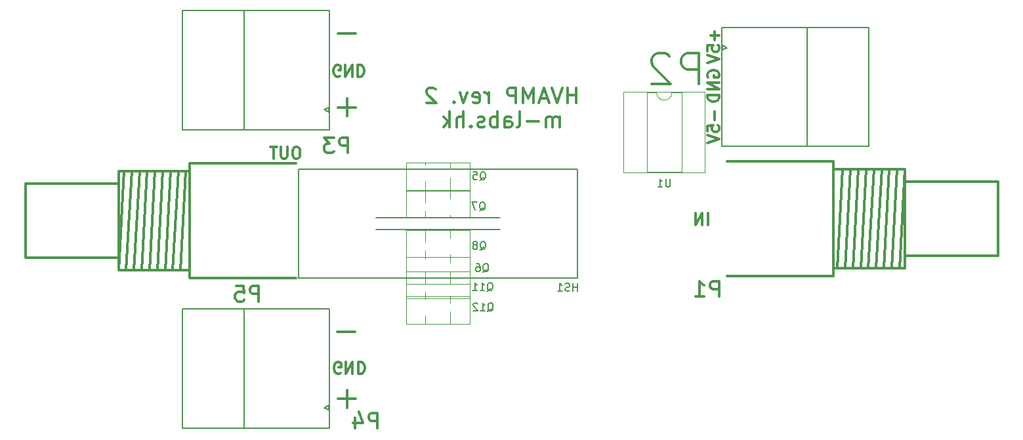
<source format=gbo>
G04 #@! TF.FileFunction,Legend,Bot*
%FSLAX46Y46*%
G04 Gerber Fmt 4.6, Leading zero omitted, Abs format (unit mm)*
G04 Created by KiCad (PCBNEW 4.0.2-stable) date 06/11/2017 10:09:17*
%MOMM*%
G01*
G04 APERTURE LIST*
%ADD10C,0.100000*%
%ADD11C,0.300000*%
%ADD12C,0.120000*%
%ADD13C,0.150000*%
G04 APERTURE END LIST*
D10*
D11*
X161353643Y-161659000D02*
X161210786Y-161730429D01*
X160996500Y-161730429D01*
X160782215Y-161659000D01*
X160639357Y-161516143D01*
X160567929Y-161373286D01*
X160496500Y-161087571D01*
X160496500Y-160873286D01*
X160567929Y-160587571D01*
X160639357Y-160444714D01*
X160782215Y-160301857D01*
X160996500Y-160230429D01*
X161139357Y-160230429D01*
X161353643Y-160301857D01*
X161425072Y-160373286D01*
X161425072Y-160873286D01*
X161139357Y-160873286D01*
X162067929Y-160230429D02*
X162067929Y-161730429D01*
X162925072Y-160230429D01*
X162925072Y-161730429D01*
X163639358Y-160230429D02*
X163639358Y-161730429D01*
X163996501Y-161730429D01*
X164210786Y-161659000D01*
X164353644Y-161516143D01*
X164425072Y-161373286D01*
X164496501Y-161087571D01*
X164496501Y-160873286D01*
X164425072Y-160587571D01*
X164353644Y-160444714D01*
X164210786Y-160301857D01*
X163996501Y-160230429D01*
X163639358Y-160230429D01*
X161417143Y-200013000D02*
X161274286Y-200084429D01*
X161060000Y-200084429D01*
X160845715Y-200013000D01*
X160702857Y-199870143D01*
X160631429Y-199727286D01*
X160560000Y-199441571D01*
X160560000Y-199227286D01*
X160631429Y-198941571D01*
X160702857Y-198798714D01*
X160845715Y-198655857D01*
X161060000Y-198584429D01*
X161202857Y-198584429D01*
X161417143Y-198655857D01*
X161488572Y-198727286D01*
X161488572Y-199227286D01*
X161202857Y-199227286D01*
X162131429Y-198584429D02*
X162131429Y-200084429D01*
X162988572Y-198584429D01*
X162988572Y-200084429D01*
X163702858Y-198584429D02*
X163702858Y-200084429D01*
X164060001Y-200084429D01*
X164274286Y-200013000D01*
X164417144Y-199870143D01*
X164488572Y-199727286D01*
X164560001Y-199441571D01*
X164560001Y-199227286D01*
X164488572Y-198941571D01*
X164417144Y-198798714D01*
X164274286Y-198655857D01*
X164060001Y-198584429D01*
X163702858Y-198584429D01*
X161036143Y-194651286D02*
X163321857Y-194651286D01*
X161099643Y-156170286D02*
X163385357Y-156170286D01*
X161099643Y-165695286D02*
X163385357Y-165695286D01*
X162242500Y-166838143D02*
X162242500Y-164552429D01*
X161099643Y-203350786D02*
X163385357Y-203350786D01*
X162242500Y-204493643D02*
X162242500Y-202207929D01*
X191864049Y-165153262D02*
X191864049Y-163153262D01*
X191864049Y-164105643D02*
X190721191Y-164105643D01*
X190721191Y-165153262D02*
X190721191Y-163153262D01*
X190054525Y-163153262D02*
X189387858Y-165153262D01*
X188721191Y-163153262D01*
X188149763Y-164581833D02*
X187197382Y-164581833D01*
X188340239Y-165153262D02*
X187673572Y-163153262D01*
X187006905Y-165153262D01*
X186340239Y-165153262D02*
X186340239Y-163153262D01*
X185673572Y-164581833D01*
X185006905Y-163153262D01*
X185006905Y-165153262D01*
X184054525Y-165153262D02*
X184054525Y-163153262D01*
X183292620Y-163153262D01*
X183102144Y-163248500D01*
X183006905Y-163343738D01*
X182911667Y-163534214D01*
X182911667Y-163819929D01*
X183006905Y-164010405D01*
X183102144Y-164105643D01*
X183292620Y-164200881D01*
X184054525Y-164200881D01*
X180530715Y-165153262D02*
X180530715Y-163819929D01*
X180530715Y-164200881D02*
X180435476Y-164010405D01*
X180340238Y-163915167D01*
X180149762Y-163819929D01*
X179959286Y-163819929D01*
X178530715Y-165058024D02*
X178721191Y-165153262D01*
X179102143Y-165153262D01*
X179292620Y-165058024D01*
X179387858Y-164867548D01*
X179387858Y-164105643D01*
X179292620Y-163915167D01*
X179102143Y-163819929D01*
X178721191Y-163819929D01*
X178530715Y-163915167D01*
X178435477Y-164105643D01*
X178435477Y-164296119D01*
X179387858Y-164486595D01*
X177768810Y-163819929D02*
X177292619Y-165153262D01*
X176816429Y-163819929D01*
X176054524Y-164962786D02*
X175959285Y-165058024D01*
X176054524Y-165153262D01*
X176149762Y-165058024D01*
X176054524Y-164962786D01*
X176054524Y-165153262D01*
X173673571Y-163343738D02*
X173578333Y-163248500D01*
X173387856Y-163153262D01*
X172911666Y-163153262D01*
X172721190Y-163248500D01*
X172625952Y-163343738D01*
X172530713Y-163534214D01*
X172530713Y-163724690D01*
X172625952Y-164010405D01*
X173768809Y-165153262D01*
X172530713Y-165153262D01*
X189673572Y-168253262D02*
X189673572Y-166919929D01*
X189673572Y-167110405D02*
X189578333Y-167015167D01*
X189387857Y-166919929D01*
X189102143Y-166919929D01*
X188911667Y-167015167D01*
X188816429Y-167205643D01*
X188816429Y-168253262D01*
X188816429Y-167205643D02*
X188721191Y-167015167D01*
X188530714Y-166919929D01*
X188245000Y-166919929D01*
X188054524Y-167015167D01*
X187959286Y-167205643D01*
X187959286Y-168253262D01*
X187006905Y-167491357D02*
X185483095Y-167491357D01*
X184245000Y-168253262D02*
X184435476Y-168158024D01*
X184530715Y-167967548D01*
X184530715Y-166253262D01*
X182625953Y-168253262D02*
X182625953Y-167205643D01*
X182721191Y-167015167D01*
X182911667Y-166919929D01*
X183292619Y-166919929D01*
X183483096Y-167015167D01*
X182625953Y-168158024D02*
X182816429Y-168253262D01*
X183292619Y-168253262D01*
X183483096Y-168158024D01*
X183578334Y-167967548D01*
X183578334Y-167777071D01*
X183483096Y-167586595D01*
X183292619Y-167491357D01*
X182816429Y-167491357D01*
X182625953Y-167396119D01*
X181673572Y-168253262D02*
X181673572Y-166253262D01*
X181673572Y-167015167D02*
X181483095Y-166919929D01*
X181102143Y-166919929D01*
X180911667Y-167015167D01*
X180816429Y-167110405D01*
X180721191Y-167300881D01*
X180721191Y-167872310D01*
X180816429Y-168062786D01*
X180911667Y-168158024D01*
X181102143Y-168253262D01*
X181483095Y-168253262D01*
X181673572Y-168158024D01*
X179959286Y-168158024D02*
X179768809Y-168253262D01*
X179387857Y-168253262D01*
X179197381Y-168158024D01*
X179102143Y-167967548D01*
X179102143Y-167872310D01*
X179197381Y-167681833D01*
X179387857Y-167586595D01*
X179673571Y-167586595D01*
X179864048Y-167491357D01*
X179959286Y-167300881D01*
X179959286Y-167205643D01*
X179864048Y-167015167D01*
X179673571Y-166919929D01*
X179387857Y-166919929D01*
X179197381Y-167015167D01*
X178245000Y-168062786D02*
X178149761Y-168158024D01*
X178245000Y-168253262D01*
X178340238Y-168158024D01*
X178245000Y-168062786D01*
X178245000Y-168253262D01*
X177292619Y-168253262D02*
X177292619Y-166253262D01*
X176435476Y-168253262D02*
X176435476Y-167205643D01*
X176530714Y-167015167D01*
X176721190Y-166919929D01*
X177006904Y-166919929D01*
X177197380Y-167015167D01*
X177292619Y-167110405D01*
X175483095Y-168253262D02*
X175483095Y-166253262D01*
X175292618Y-167491357D02*
X174721190Y-168253262D01*
X174721190Y-166919929D02*
X175483095Y-167681833D01*
X208863500Y-161798143D02*
X208792071Y-161655286D01*
X208792071Y-161441000D01*
X208863500Y-161226715D01*
X209006357Y-161083857D01*
X209149214Y-161012429D01*
X209434929Y-160941000D01*
X209649214Y-160941000D01*
X209934929Y-161012429D01*
X210077786Y-161083857D01*
X210220643Y-161226715D01*
X210292071Y-161441000D01*
X210292071Y-161583857D01*
X210220643Y-161798143D01*
X210149214Y-161869572D01*
X209649214Y-161869572D01*
X209649214Y-161583857D01*
X210292071Y-162512429D02*
X208792071Y-162512429D01*
X210292071Y-163369572D01*
X208792071Y-163369572D01*
X210292071Y-164083858D02*
X208792071Y-164083858D01*
X208792071Y-164441001D01*
X208863500Y-164655286D01*
X209006357Y-164798144D01*
X209149214Y-164869572D01*
X209434929Y-164941001D01*
X209649214Y-164941001D01*
X209934929Y-164869572D01*
X210077786Y-164798144D01*
X210220643Y-164655286D01*
X210292071Y-164441001D01*
X210292071Y-164083858D01*
X209720643Y-166219429D02*
X209720643Y-167362286D01*
X208792071Y-168790858D02*
X208792071Y-168076572D01*
X209506357Y-168005143D01*
X209434929Y-168076572D01*
X209363500Y-168219429D01*
X209363500Y-168576572D01*
X209434929Y-168719429D01*
X209506357Y-168790858D01*
X209649214Y-168862286D01*
X210006357Y-168862286D01*
X210149214Y-168790858D01*
X210220643Y-168719429D01*
X210292071Y-168576572D01*
X210292071Y-168219429D01*
X210220643Y-168076572D01*
X210149214Y-168005143D01*
X208792071Y-169290857D02*
X210292071Y-169790857D01*
X208792071Y-170290857D01*
X209720643Y-155868929D02*
X209720643Y-157011786D01*
X210292071Y-156440357D02*
X209149214Y-156440357D01*
X208792071Y-158440358D02*
X208792071Y-157726072D01*
X209506357Y-157654643D01*
X209434929Y-157726072D01*
X209363500Y-157868929D01*
X209363500Y-158226072D01*
X209434929Y-158368929D01*
X209506357Y-158440358D01*
X209649214Y-158511786D01*
X210006357Y-158511786D01*
X210149214Y-158440358D01*
X210220643Y-158368929D01*
X210292071Y-158226072D01*
X210292071Y-157868929D01*
X210220643Y-157726072D01*
X210149214Y-157654643D01*
X208792071Y-158940357D02*
X210292071Y-159440357D01*
X208792071Y-159940357D01*
X208811714Y-180891571D02*
X208811714Y-179391571D01*
X208097428Y-180891571D02*
X208097428Y-179391571D01*
X207240285Y-180891571D01*
X207240285Y-179391571D01*
X155868500Y-170819071D02*
X155582786Y-170819071D01*
X155439928Y-170890500D01*
X155297071Y-171033357D01*
X155225643Y-171319071D01*
X155225643Y-171819071D01*
X155297071Y-172104786D01*
X155439928Y-172247643D01*
X155582786Y-172319071D01*
X155868500Y-172319071D01*
X156011357Y-172247643D01*
X156154214Y-172104786D01*
X156225643Y-171819071D01*
X156225643Y-171319071D01*
X156154214Y-171033357D01*
X156011357Y-170890500D01*
X155868500Y-170819071D01*
X154582785Y-170819071D02*
X154582785Y-172033357D01*
X154511357Y-172176214D01*
X154439928Y-172247643D01*
X154297071Y-172319071D01*
X154011357Y-172319071D01*
X153868499Y-172247643D01*
X153797071Y-172176214D01*
X153725642Y-172033357D01*
X153725642Y-170819071D01*
X153225642Y-170819071D02*
X152368499Y-170819071D01*
X152797070Y-172319071D02*
X152797070Y-170819071D01*
D12*
X202200000Y-163770000D02*
G75*
G03X204200000Y-163770000I1000000J0D01*
G01*
X204200000Y-163770000D02*
X205450000Y-163770000D01*
X205450000Y-163770000D02*
X205450000Y-174050000D01*
X205450000Y-174050000D02*
X200950000Y-174050000D01*
X200950000Y-174050000D02*
X200950000Y-163770000D01*
X200950000Y-163770000D02*
X202200000Y-163770000D01*
X208450000Y-163710000D02*
X208450000Y-174110000D01*
X208450000Y-174110000D02*
X197950000Y-174110000D01*
X197950000Y-174110000D02*
X197950000Y-163710000D01*
X197950000Y-163710000D02*
X208450000Y-163710000D01*
D11*
X226244000Y-173686000D02*
X225544000Y-186486000D01*
X230244000Y-173686000D02*
X229544000Y-186486000D01*
X229244000Y-173686000D02*
X228544000Y-186486000D01*
X227244000Y-173686000D02*
X226544000Y-186486000D01*
X228244000Y-173686000D02*
X227544000Y-186486000D01*
X232244000Y-173686000D02*
X231544000Y-186486000D01*
X231244000Y-173686000D02*
X230544000Y-186486000D01*
X233244000Y-173686000D02*
X232544000Y-186486000D01*
X234244000Y-173686000D02*
X233544000Y-186486000D01*
X234244000Y-186486000D02*
X225044000Y-186486000D01*
X234244000Y-173686000D02*
X225044000Y-173686000D01*
X246244000Y-184886000D02*
X234244000Y-184886000D01*
X246244000Y-175286000D02*
X234244000Y-175286000D01*
X246244000Y-175286000D02*
X246244000Y-184886000D01*
X234244000Y-173686000D02*
X234244000Y-186486000D01*
X225044000Y-187486000D02*
X211344000Y-187486000D01*
X211344000Y-172686000D02*
X225044000Y-172686000D01*
X225044000Y-172686000D02*
X225044000Y-187486000D01*
D13*
X210614000Y-155368000D02*
X229614000Y-155368000D01*
X229614000Y-155368000D02*
X229614000Y-170768000D01*
X229614000Y-170768000D02*
X210614000Y-170768000D01*
X210614000Y-155368000D02*
X210614000Y-170768000D01*
X221614000Y-155368000D02*
X221614000Y-170768000D01*
X211314000Y-157988000D02*
X210714000Y-158288000D01*
X210714000Y-158288000D02*
X210714000Y-157688000D01*
X210714000Y-157688000D02*
X211314000Y-157988000D01*
X160000000Y-168620000D02*
X141000000Y-168620000D01*
X141000000Y-168620000D02*
X141000000Y-153220000D01*
X141000000Y-153220000D02*
X160000000Y-153220000D01*
X160000000Y-168620000D02*
X160000000Y-153220000D01*
X149000000Y-168620000D02*
X149000000Y-153220000D01*
X159300000Y-166000000D02*
X159900000Y-165700000D01*
X159900000Y-165700000D02*
X159900000Y-166300000D01*
X159900000Y-166300000D02*
X159300000Y-166000000D01*
X160000000Y-207120000D02*
X141000000Y-207120000D01*
X141000000Y-207120000D02*
X141000000Y-191720000D01*
X141000000Y-191720000D02*
X160000000Y-191720000D01*
X160000000Y-207120000D02*
X160000000Y-191720000D01*
X149000000Y-207120000D02*
X149000000Y-191720000D01*
X159300000Y-204500000D02*
X159900000Y-204200000D01*
X159900000Y-204200000D02*
X159900000Y-204800000D01*
X159900000Y-204800000D02*
X159300000Y-204500000D01*
D11*
X140786000Y-186740000D02*
X141486000Y-173940000D01*
X136786000Y-186740000D02*
X137486000Y-173940000D01*
X137786000Y-186740000D02*
X138486000Y-173940000D01*
X139786000Y-186740000D02*
X140486000Y-173940000D01*
X138786000Y-186740000D02*
X139486000Y-173940000D01*
X134786000Y-186740000D02*
X135486000Y-173940000D01*
X135786000Y-186740000D02*
X136486000Y-173940000D01*
X133786000Y-186740000D02*
X134486000Y-173940000D01*
X132786000Y-186740000D02*
X133486000Y-173940000D01*
X132786000Y-173940000D02*
X141986000Y-173940000D01*
X132786000Y-186740000D02*
X141986000Y-186740000D01*
X120786000Y-175540000D02*
X132786000Y-175540000D01*
X120786000Y-185140000D02*
X132786000Y-185140000D01*
X120786000Y-185140000D02*
X120786000Y-175540000D01*
X132786000Y-186740000D02*
X132786000Y-173940000D01*
X141986000Y-172940000D02*
X155686000Y-172940000D01*
X155686000Y-187740000D02*
X141986000Y-187740000D01*
X141986000Y-187740000D02*
X141986000Y-172940000D01*
D12*
X169870000Y-176364000D02*
X178110000Y-176364000D01*
X169870000Y-172874000D02*
X178110000Y-172874000D01*
X169870000Y-176364000D02*
X169870000Y-172874000D01*
X178110000Y-176364000D02*
X178110000Y-172874000D01*
X172390000Y-176364000D02*
X172390000Y-175294000D01*
X172390000Y-173194000D02*
X172390000Y-172874000D01*
X175591000Y-176364000D02*
X175591000Y-174784000D01*
X175591000Y-173704000D02*
X175591000Y-172874000D01*
X169870000Y-188492500D02*
X178110000Y-188492500D01*
X169870000Y-185002500D02*
X178110000Y-185002500D01*
X169870000Y-188492500D02*
X169870000Y-185002500D01*
X178110000Y-188492500D02*
X178110000Y-185002500D01*
X172390000Y-188492500D02*
X172390000Y-187422500D01*
X172390000Y-185322500D02*
X172390000Y-185002500D01*
X175591000Y-188492500D02*
X175591000Y-186912500D01*
X175591000Y-185832500D02*
X175591000Y-185002500D01*
X178110000Y-176442000D02*
X169870000Y-176442000D01*
X178110000Y-179932000D02*
X169870000Y-179932000D01*
X178110000Y-176442000D02*
X178110000Y-179932000D01*
X169870000Y-176442000D02*
X169870000Y-179932000D01*
X175590000Y-176442000D02*
X175590000Y-177512000D01*
X175590000Y-179612000D02*
X175590000Y-179932000D01*
X172389000Y-176442000D02*
X172389000Y-178022000D01*
X172389000Y-179102000D02*
X172389000Y-179932000D01*
X178110000Y-181522000D02*
X169870000Y-181522000D01*
X178110000Y-185012000D02*
X169870000Y-185012000D01*
X178110000Y-181522000D02*
X178110000Y-185012000D01*
X169870000Y-181522000D02*
X169870000Y-185012000D01*
X175590000Y-181522000D02*
X175590000Y-182592000D01*
X175590000Y-184692000D02*
X175590000Y-185012000D01*
X172389000Y-181522000D02*
X172389000Y-183102000D01*
X172389000Y-184182000D02*
X172389000Y-185012000D01*
X178110000Y-186856000D02*
X169870000Y-186856000D01*
X178110000Y-190346000D02*
X169870000Y-190346000D01*
X178110000Y-186856000D02*
X178110000Y-190346000D01*
X169870000Y-186856000D02*
X169870000Y-190346000D01*
X175590000Y-186856000D02*
X175590000Y-187926000D01*
X175590000Y-190026000D02*
X175590000Y-190346000D01*
X172389000Y-186856000D02*
X172389000Y-188436000D01*
X172389000Y-189516000D02*
X172389000Y-190346000D01*
X169870000Y-193636000D02*
X178110000Y-193636000D01*
X169870000Y-190146000D02*
X178110000Y-190146000D01*
X169870000Y-193636000D02*
X169870000Y-190146000D01*
X178110000Y-193636000D02*
X178110000Y-190146000D01*
X172390000Y-193636000D02*
X172390000Y-192566000D01*
X172390000Y-190466000D02*
X172390000Y-190146000D01*
X175591000Y-193636000D02*
X175591000Y-192056000D01*
X175591000Y-190976000D02*
X175591000Y-190146000D01*
D13*
X155990000Y-173721000D02*
X191990000Y-173721000D01*
X155990000Y-187721000D02*
X191990000Y-187721000D01*
X191990000Y-187721000D02*
X191990000Y-173721000D01*
X155990000Y-187721000D02*
X155990000Y-173721000D01*
X165990000Y-181521000D02*
X181990000Y-181521000D01*
X165990000Y-179921000D02*
X181990000Y-179921000D01*
X203961905Y-174966381D02*
X203961905Y-175775905D01*
X203914286Y-175871143D01*
X203866667Y-175918762D01*
X203771429Y-175966381D01*
X203580952Y-175966381D01*
X203485714Y-175918762D01*
X203438095Y-175871143D01*
X203390476Y-175775905D01*
X203390476Y-174966381D01*
X202390476Y-175966381D02*
X202961905Y-175966381D01*
X202676191Y-175966381D02*
X202676191Y-174966381D01*
X202771429Y-175109238D01*
X202866667Y-175204476D01*
X202961905Y-175252095D01*
D11*
X210264191Y-190134762D02*
X210264191Y-188134762D01*
X209502286Y-188134762D01*
X209311810Y-188230000D01*
X209216571Y-188325238D01*
X209121333Y-188515714D01*
X209121333Y-188801429D01*
X209216571Y-188991905D01*
X209311810Y-189087143D01*
X209502286Y-189182381D01*
X210264191Y-189182381D01*
X207216571Y-190134762D02*
X208359429Y-190134762D01*
X207788000Y-190134762D02*
X207788000Y-188134762D01*
X207978476Y-188420476D01*
X208168952Y-188610952D01*
X208359429Y-188706190D01*
X207676381Y-162718524D02*
X207676381Y-158718524D01*
X206152572Y-158718524D01*
X205771619Y-158909000D01*
X205581143Y-159099476D01*
X205390667Y-159480429D01*
X205390667Y-160051857D01*
X205581143Y-160432810D01*
X205771619Y-160623286D01*
X206152572Y-160813762D01*
X207676381Y-160813762D01*
X203866857Y-159099476D02*
X203676381Y-158909000D01*
X203295429Y-158718524D01*
X202343048Y-158718524D01*
X201962095Y-158909000D01*
X201771619Y-159099476D01*
X201581143Y-159480429D01*
X201581143Y-159861381D01*
X201771619Y-160432810D01*
X204057333Y-162718524D01*
X201581143Y-162718524D01*
X162385191Y-171592762D02*
X162385191Y-169592762D01*
X161623286Y-169592762D01*
X161432810Y-169688000D01*
X161337571Y-169783238D01*
X161242333Y-169973714D01*
X161242333Y-170259429D01*
X161337571Y-170449905D01*
X161432810Y-170545143D01*
X161623286Y-170640381D01*
X162385191Y-170640381D01*
X160575667Y-169592762D02*
X159337571Y-169592762D01*
X160004238Y-170354667D01*
X159718524Y-170354667D01*
X159528048Y-170449905D01*
X159432810Y-170545143D01*
X159337571Y-170735619D01*
X159337571Y-171211810D01*
X159432810Y-171402286D01*
X159528048Y-171497524D01*
X159718524Y-171592762D01*
X160289952Y-171592762D01*
X160480429Y-171497524D01*
X160575667Y-171402286D01*
X166195191Y-207152762D02*
X166195191Y-205152762D01*
X165433286Y-205152762D01*
X165242810Y-205248000D01*
X165147571Y-205343238D01*
X165052333Y-205533714D01*
X165052333Y-205819429D01*
X165147571Y-206009905D01*
X165242810Y-206105143D01*
X165433286Y-206200381D01*
X166195191Y-206200381D01*
X163338048Y-205819429D02*
X163338048Y-207152762D01*
X163814238Y-205057524D02*
X164290429Y-206486095D01*
X163052333Y-206486095D01*
X150891691Y-190769762D02*
X150891691Y-188769762D01*
X150129786Y-188769762D01*
X149939310Y-188865000D01*
X149844071Y-188960238D01*
X149748833Y-189150714D01*
X149748833Y-189436429D01*
X149844071Y-189626905D01*
X149939310Y-189722143D01*
X150129786Y-189817381D01*
X150891691Y-189817381D01*
X147939310Y-188769762D02*
X148891691Y-188769762D01*
X148986929Y-189722143D01*
X148891691Y-189626905D01*
X148701214Y-189531667D01*
X148225024Y-189531667D01*
X148034548Y-189626905D01*
X147939310Y-189722143D01*
X147844071Y-189912619D01*
X147844071Y-190388810D01*
X147939310Y-190579286D01*
X148034548Y-190674524D01*
X148225024Y-190769762D01*
X148701214Y-190769762D01*
X148891691Y-190674524D01*
X148986929Y-190579286D01*
D13*
X179419238Y-175109119D02*
X179514476Y-175061500D01*
X179609714Y-174966262D01*
X179752571Y-174823405D01*
X179847810Y-174775786D01*
X179943048Y-174775786D01*
X179895429Y-175013881D02*
X179990667Y-174966262D01*
X180085905Y-174871024D01*
X180133524Y-174680548D01*
X180133524Y-174347214D01*
X180085905Y-174156738D01*
X179990667Y-174061500D01*
X179895429Y-174013881D01*
X179704952Y-174013881D01*
X179609714Y-174061500D01*
X179514476Y-174156738D01*
X179466857Y-174347214D01*
X179466857Y-174680548D01*
X179514476Y-174871024D01*
X179609714Y-174966262D01*
X179704952Y-175013881D01*
X179895429Y-175013881D01*
X178562095Y-174013881D02*
X179038286Y-174013881D01*
X179085905Y-174490071D01*
X179038286Y-174442452D01*
X178943048Y-174394833D01*
X178704952Y-174394833D01*
X178609714Y-174442452D01*
X178562095Y-174490071D01*
X178514476Y-174585310D01*
X178514476Y-174823405D01*
X178562095Y-174918643D01*
X178609714Y-174966262D01*
X178704952Y-175013881D01*
X178943048Y-175013881D01*
X179038286Y-174966262D01*
X179085905Y-174918643D01*
X179800238Y-186983619D02*
X179895476Y-186936000D01*
X179990714Y-186840762D01*
X180133571Y-186697905D01*
X180228810Y-186650286D01*
X180324048Y-186650286D01*
X180276429Y-186888381D02*
X180371667Y-186840762D01*
X180466905Y-186745524D01*
X180514524Y-186555048D01*
X180514524Y-186221714D01*
X180466905Y-186031238D01*
X180371667Y-185936000D01*
X180276429Y-185888381D01*
X180085952Y-185888381D01*
X179990714Y-185936000D01*
X179895476Y-186031238D01*
X179847857Y-186221714D01*
X179847857Y-186555048D01*
X179895476Y-186745524D01*
X179990714Y-186840762D01*
X180085952Y-186888381D01*
X180276429Y-186888381D01*
X178990714Y-185888381D02*
X179181191Y-185888381D01*
X179276429Y-185936000D01*
X179324048Y-185983619D01*
X179419286Y-186126476D01*
X179466905Y-186316952D01*
X179466905Y-186697905D01*
X179419286Y-186793143D01*
X179371667Y-186840762D01*
X179276429Y-186888381D01*
X179085952Y-186888381D01*
X178990714Y-186840762D01*
X178943095Y-186793143D01*
X178895476Y-186697905D01*
X178895476Y-186459810D01*
X178943095Y-186364571D01*
X178990714Y-186316952D01*
X179085952Y-186269333D01*
X179276429Y-186269333D01*
X179371667Y-186316952D01*
X179419286Y-186364571D01*
X179466905Y-186459810D01*
X179355738Y-179046119D02*
X179450976Y-178998500D01*
X179546214Y-178903262D01*
X179689071Y-178760405D01*
X179784310Y-178712786D01*
X179879548Y-178712786D01*
X179831929Y-178950881D02*
X179927167Y-178903262D01*
X180022405Y-178808024D01*
X180070024Y-178617548D01*
X180070024Y-178284214D01*
X180022405Y-178093738D01*
X179927167Y-177998500D01*
X179831929Y-177950881D01*
X179641452Y-177950881D01*
X179546214Y-177998500D01*
X179450976Y-178093738D01*
X179403357Y-178284214D01*
X179403357Y-178617548D01*
X179450976Y-178808024D01*
X179546214Y-178903262D01*
X179641452Y-178950881D01*
X179831929Y-178950881D01*
X179070024Y-177950881D02*
X178403357Y-177950881D01*
X178831929Y-178950881D01*
X179419238Y-184126119D02*
X179514476Y-184078500D01*
X179609714Y-183983262D01*
X179752571Y-183840405D01*
X179847810Y-183792786D01*
X179943048Y-183792786D01*
X179895429Y-184030881D02*
X179990667Y-183983262D01*
X180085905Y-183888024D01*
X180133524Y-183697548D01*
X180133524Y-183364214D01*
X180085905Y-183173738D01*
X179990667Y-183078500D01*
X179895429Y-183030881D01*
X179704952Y-183030881D01*
X179609714Y-183078500D01*
X179514476Y-183173738D01*
X179466857Y-183364214D01*
X179466857Y-183697548D01*
X179514476Y-183888024D01*
X179609714Y-183983262D01*
X179704952Y-184030881D01*
X179895429Y-184030881D01*
X178895429Y-183459452D02*
X178990667Y-183411833D01*
X179038286Y-183364214D01*
X179085905Y-183268976D01*
X179085905Y-183221357D01*
X179038286Y-183126119D01*
X178990667Y-183078500D01*
X178895429Y-183030881D01*
X178704952Y-183030881D01*
X178609714Y-183078500D01*
X178562095Y-183126119D01*
X178514476Y-183221357D01*
X178514476Y-183268976D01*
X178562095Y-183364214D01*
X178609714Y-183411833D01*
X178704952Y-183459452D01*
X178895429Y-183459452D01*
X178990667Y-183507071D01*
X179038286Y-183554690D01*
X179085905Y-183649929D01*
X179085905Y-183840405D01*
X179038286Y-183935643D01*
X178990667Y-183983262D01*
X178895429Y-184030881D01*
X178704952Y-184030881D01*
X178609714Y-183983262D01*
X178562095Y-183935643D01*
X178514476Y-183840405D01*
X178514476Y-183649929D01*
X178562095Y-183554690D01*
X178609714Y-183507071D01*
X178704952Y-183459452D01*
X180339928Y-189460119D02*
X180435166Y-189412500D01*
X180530404Y-189317262D01*
X180673261Y-189174405D01*
X180768500Y-189126786D01*
X180863738Y-189126786D01*
X180816119Y-189364881D02*
X180911357Y-189317262D01*
X181006595Y-189222024D01*
X181054214Y-189031548D01*
X181054214Y-188698214D01*
X181006595Y-188507738D01*
X180911357Y-188412500D01*
X180816119Y-188364881D01*
X180625642Y-188364881D01*
X180530404Y-188412500D01*
X180435166Y-188507738D01*
X180387547Y-188698214D01*
X180387547Y-189031548D01*
X180435166Y-189222024D01*
X180530404Y-189317262D01*
X180625642Y-189364881D01*
X180816119Y-189364881D01*
X179435166Y-189364881D02*
X180006595Y-189364881D01*
X179720881Y-189364881D02*
X179720881Y-188364881D01*
X179816119Y-188507738D01*
X179911357Y-188602976D01*
X180006595Y-188650595D01*
X178482785Y-189364881D02*
X179054214Y-189364881D01*
X178768500Y-189364881D02*
X178768500Y-188364881D01*
X178863738Y-188507738D01*
X178958976Y-188602976D01*
X179054214Y-188650595D01*
X180403428Y-192063619D02*
X180498666Y-192016000D01*
X180593904Y-191920762D01*
X180736761Y-191777905D01*
X180832000Y-191730286D01*
X180927238Y-191730286D01*
X180879619Y-191968381D02*
X180974857Y-191920762D01*
X181070095Y-191825524D01*
X181117714Y-191635048D01*
X181117714Y-191301714D01*
X181070095Y-191111238D01*
X180974857Y-191016000D01*
X180879619Y-190968381D01*
X180689142Y-190968381D01*
X180593904Y-191016000D01*
X180498666Y-191111238D01*
X180451047Y-191301714D01*
X180451047Y-191635048D01*
X180498666Y-191825524D01*
X180593904Y-191920762D01*
X180689142Y-191968381D01*
X180879619Y-191968381D01*
X179498666Y-191968381D02*
X180070095Y-191968381D01*
X179784381Y-191968381D02*
X179784381Y-190968381D01*
X179879619Y-191111238D01*
X179974857Y-191206476D01*
X180070095Y-191254095D01*
X179117714Y-191063619D02*
X179070095Y-191016000D01*
X178974857Y-190968381D01*
X178736761Y-190968381D01*
X178641523Y-191016000D01*
X178593904Y-191063619D01*
X178546285Y-191158857D01*
X178546285Y-191254095D01*
X178593904Y-191396952D01*
X179165333Y-191968381D01*
X178546285Y-191968381D01*
X191992095Y-189428381D02*
X191992095Y-188428381D01*
X191992095Y-188904571D02*
X191420666Y-188904571D01*
X191420666Y-189428381D02*
X191420666Y-188428381D01*
X190992095Y-189380762D02*
X190849238Y-189428381D01*
X190611142Y-189428381D01*
X190515904Y-189380762D01*
X190468285Y-189333143D01*
X190420666Y-189237905D01*
X190420666Y-189142667D01*
X190468285Y-189047429D01*
X190515904Y-188999810D01*
X190611142Y-188952190D01*
X190801619Y-188904571D01*
X190896857Y-188856952D01*
X190944476Y-188809333D01*
X190992095Y-188714095D01*
X190992095Y-188618857D01*
X190944476Y-188523619D01*
X190896857Y-188476000D01*
X190801619Y-188428381D01*
X190563523Y-188428381D01*
X190420666Y-188476000D01*
X189468285Y-189428381D02*
X190039714Y-189428381D01*
X189754000Y-189428381D02*
X189754000Y-188428381D01*
X189849238Y-188571238D01*
X189944476Y-188666476D01*
X190039714Y-188714095D01*
M02*

</source>
